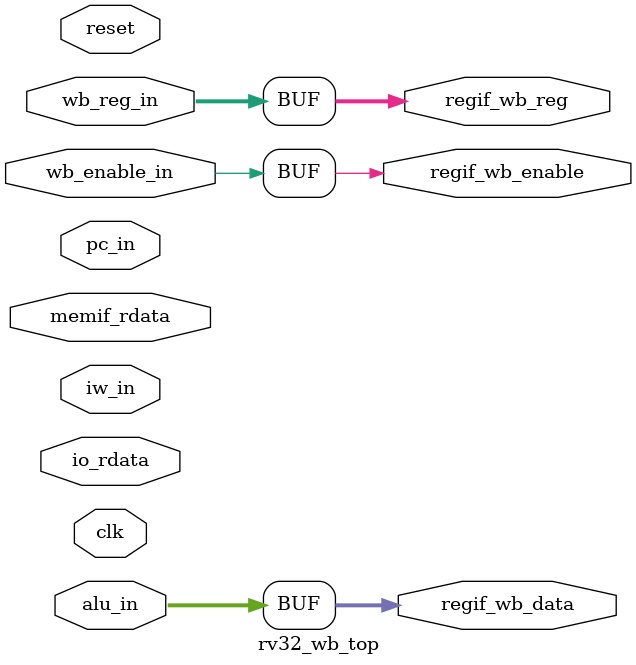
<source format=sv>
`timescale 1ns / 1ps


module rv32_wb_top(
        // system clock and synchronous reset
        input clk,
        input reset,

        // from mem
        input [31:0] pc_in,
        input [31:0] iw_in,
        input [31:0] alu_in,
        input [4:0] wb_reg_in,
        input wb_enable_in,

        // from io/memory
        input [31:0] memif_rdata,
        input [31:0] io_rdata,

        // register interface
        output regif_wb_enable,
        output [4:0] regif_wb_reg,
        output [31:0] regif_wb_data
    );

    assign regif_wb_enable = wb_enable_in;
    assign regif_wb_reg = wb_reg_in;
    assign regif_wb_data = alu_in;

endmodule
</source>
